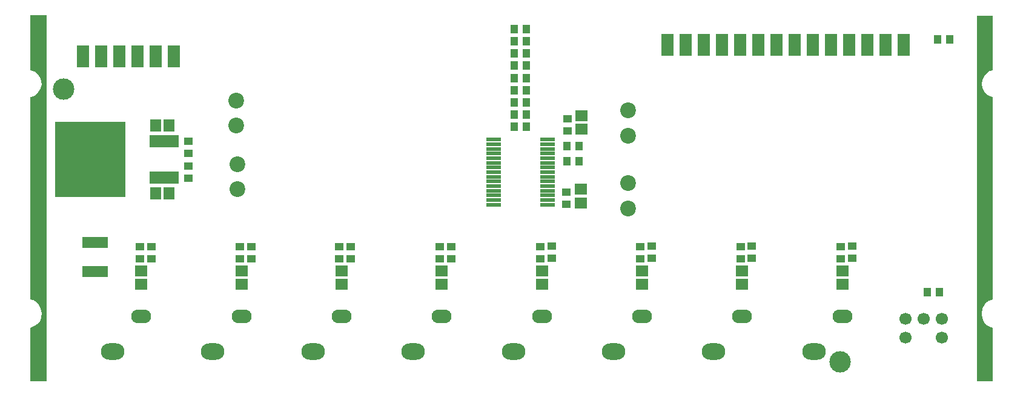
<source format=gbr>
G04 DipTrace 2.4.0.2*
%IN1_Layer_Top_Mask.gbr*%
%MOIN*%
%ADD23C,0.1181*%
%ADD44C,0.0669*%
%ADD46R,0.0787X0.0236*%
%ADD48R,0.3898X0.4173*%
%ADD50R,0.1634X0.0669*%
%ADD52C,0.0591*%
%ADD54R,0.0669X0.122*%
%ADD56R,0.1417X0.063*%
%ADD58R,0.0429X0.0479*%
%ADD60R,0.0591X0.0669*%
%ADD62R,0.0479X0.0429*%
%ADD64R,0.0669X0.0591*%
%ADD66C,0.0866*%
%ADD68O,0.1102X0.0748*%
%ADD70O,0.1299X0.0906*%
%FSLAX44Y44*%
G04*
G70*
G90*
G75*
G01*
%LNTopMask*%
%LPD*%
D70*
X14173Y5787D3*
D68*
X15748Y7717D3*
X10236D3*
D70*
X8661Y5787D3*
X25197D3*
D68*
X26772Y7717D3*
X21260D3*
D70*
X19685Y5787D3*
X36220D3*
D68*
X37795Y7717D3*
X32283D3*
D70*
X30709Y5787D3*
X47244D3*
D68*
X48819Y7717D3*
X43307D3*
D70*
X41732Y5787D3*
D66*
X15472Y19587D3*
Y18209D3*
X37031Y17657D3*
Y19035D3*
D64*
X34449Y18760D3*
Y18012D3*
D62*
X33681Y18583D3*
Y17913D3*
D60*
X11024Y18209D3*
X11772D3*
D62*
X12835Y17362D3*
Y16693D3*
D58*
X34331Y17087D3*
X33661D3*
D66*
X15512Y14705D3*
Y16083D3*
D58*
X34331Y16260D3*
X33661D3*
D62*
X12835Y15984D3*
Y15315D3*
D66*
X37031Y13661D3*
Y15039D3*
D64*
X34429Y14705D3*
Y13957D3*
D60*
X11024Y14469D3*
X11772D3*
D62*
X33642Y14547D3*
Y13878D3*
X10787Y11555D3*
Y10886D3*
X16280Y11555D3*
Y10886D3*
X21772Y11555D3*
Y10886D3*
X27303Y11555D3*
Y10886D3*
X32185Y11555D3*
Y10886D3*
X37697Y11555D3*
Y10886D3*
X43209Y11555D3*
Y10886D3*
X48720Y11555D3*
Y10886D3*
D64*
X10236Y9469D3*
Y10217D3*
X15748Y9469D3*
Y10217D3*
X21260Y9469D3*
Y10217D3*
X26772Y9469D3*
Y10217D3*
X32283Y9469D3*
Y10217D3*
X37795Y9469D3*
Y10217D3*
X43307Y9469D3*
Y10217D3*
X48819Y9469D3*
Y10217D3*
D58*
X53504Y9035D3*
X54173D3*
D56*
X7677Y11791D3*
Y10177D3*
D54*
X39205Y22638D3*
X40205D3*
X41205D3*
X42205D3*
X43205D3*
X44205D3*
X45205D3*
X46205D3*
X47205D3*
X48205D3*
X49205D3*
X50205D3*
X51205D3*
X52197D3*
X7016Y22008D3*
X8016D3*
X9016D3*
X10016D3*
X11016D3*
X12016D3*
D52*
X5969Y20197D3*
X48701Y5197D3*
D58*
X30772Y23504D3*
X31441D3*
X54724Y22933D3*
X54055D3*
X30772Y22835D3*
X31441D3*
X30772Y22165D3*
X31441D3*
X30772Y21496D3*
X31441D3*
X30772Y20827D3*
X31441D3*
X30772Y20157D3*
X31441D3*
X30772Y19488D3*
X31441D3*
X30772Y18819D3*
X31441D3*
X30772Y18150D3*
X31441D3*
D62*
X32815Y10906D3*
Y11575D3*
X38327Y10906D3*
Y11575D3*
X43839Y10906D3*
Y11575D3*
X49350Y10906D3*
Y11575D3*
X10157Y10886D3*
Y11555D3*
X15650Y10886D3*
Y11555D3*
X21142Y10886D3*
Y11555D3*
X26673Y10886D3*
Y11555D3*
D50*
X11476Y15339D3*
X11477Y17339D3*
D48*
X7421Y16339D3*
D46*
X29630Y17441D3*
Y17185D3*
Y16929D3*
Y16673D3*
Y16417D3*
Y16161D3*
Y15906D3*
Y15650D3*
Y15394D3*
Y15138D3*
Y14882D3*
Y14626D3*
Y14370D3*
Y14114D3*
Y13858D3*
X32583D3*
Y14114D3*
Y14370D3*
Y14626D3*
Y14882D3*
Y15138D3*
Y15394D3*
Y15650D3*
Y15906D3*
Y16161D3*
Y16417D3*
Y16673D3*
Y16929D3*
Y17185D3*
Y17441D3*
D44*
X52287Y7579D3*
X53287D3*
X54287D3*
X52287Y6547D3*
X54287D3*
G36*
X5020Y4134D2*
X4134D1*
Y6339D1*
Y7087D1*
X4331Y7165D1*
X4508Y7264D1*
X4646Y7421D1*
X4724Y7657D1*
X4744Y7874D1*
X4705Y8150D1*
X4606Y8346D1*
X4449Y8504D1*
X4291Y8602D1*
X4134Y8642D1*
Y19783D1*
X4291Y19823D1*
X4409Y19882D1*
X4567Y20039D1*
X4685Y20236D1*
X4744Y20492D1*
X4685Y20787D1*
X4567Y21004D1*
X4350Y21181D1*
X4134Y21260D1*
Y24272D1*
X5020D1*
Y4134D1*
G37*
G36*
X56220Y4154D2*
X57087D1*
Y7087D1*
X56929Y7146D1*
X56791Y7224D1*
X56634Y7382D1*
X56516Y7598D1*
X56476Y7854D1*
X56516Y8130D1*
X56614Y8327D1*
X56732Y8484D1*
X56890Y8583D1*
X57087Y8661D1*
Y19783D1*
X56890Y19843D1*
X56732Y19961D1*
X56634Y20079D1*
X56535Y20276D1*
X56496Y20492D1*
X56535Y20709D1*
X56614Y20925D1*
X56752Y21083D1*
X56929Y21201D1*
X57087Y21240D1*
Y24252D1*
X56220D1*
Y4154D1*
G37*
D23*
X48701Y5197D3*
X5969Y20197D3*
M02*

</source>
